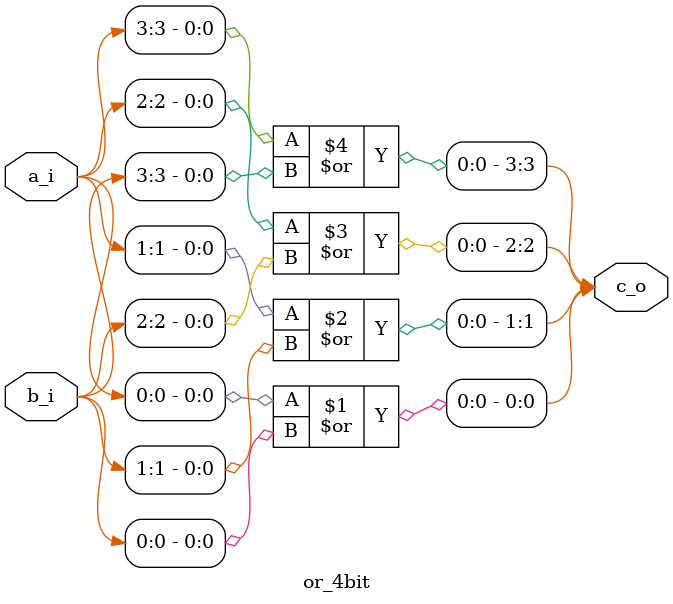
<source format=sv>
module or_4bit(
	input logic [3:0] a_i,
	input logic [3:0] b_i,
	output logic [3:0] c_o
	);

	or(c_o[0], a_i[0], b_i[0]);
	or(c_o[1], a_i[1], b_i[1]);
	or(c_o[2], a_i[2], b_i[2]);
	or(c_o[3], a_i[3], b_i[3]);
	
endmodule

</source>
